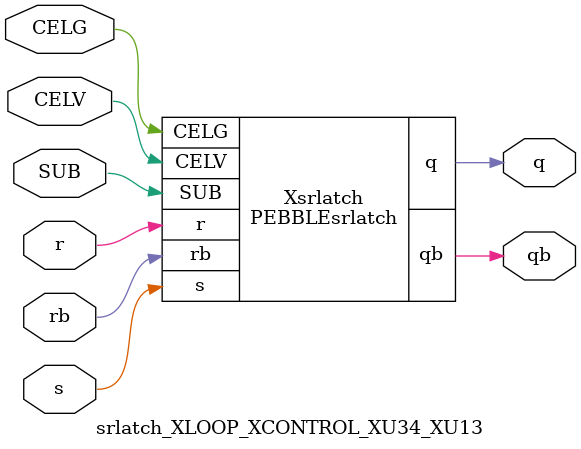
<source format=v>



module PEBBLEsrlatch ( q, qb, CELG, CELV, SUB, r, rb, s );

  input CELV;
  input s;
  output q;
  input rb;
  input r;
  input SUB;
  input CELG;
  output qb;
endmodule

//Celera Confidential Do Not Copy srlatch_XLOOP_XCONTROL_XU34_XU13
//Celera Confidential Symbol Generator
//SR Latch
module srlatch_XLOOP_XCONTROL_XU34_XU13 (CELV,CELG,s,r,rb,q,qb,SUB);
input CELV;
input CELG;
input s;
input r;
input rb;
input SUB;
output q;
output qb;

//Celera Confidential Do Not Copy srlatch
PEBBLEsrlatch Xsrlatch(
.CELV (CELV),
.r (r),
.s (s),
.q (q),
.qb (qb),
.rb (rb),
.SUB (SUB),
.CELG (CELG)
);
//,diesize,PEBBLEsrlatch

//Celera Confidential Do Not Copy Module End
//Celera Schematic Generator
endmodule

</source>
